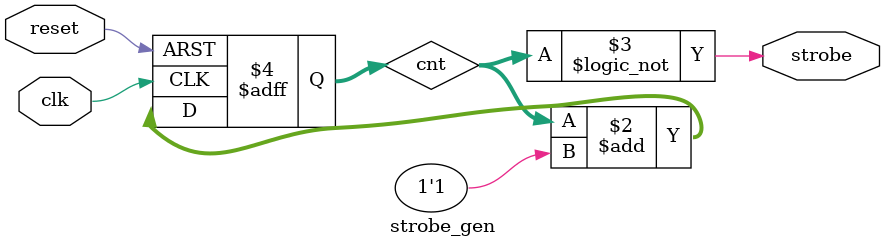
<source format=v>
`include "config.vh"

module strobe_gen
# (
    parameter w = 24
)
(
    input  clk,
    input  reset,
    output strobe
);
 
    reg [w - 1:0] cnt;

    always @ (posedge clk or posedge reset)
        if (reset)
            cnt <= { w { 1'b0 } };
        else 
            cnt <= cnt + 1'b1;
	 
    assign strobe = (cnt == { w { 1'b0 } } );

endmodule

</source>
